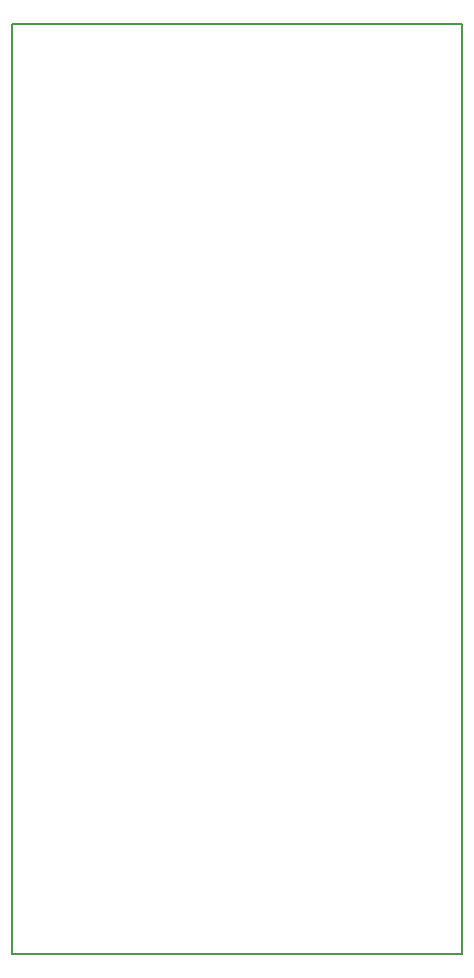
<source format=gbr>
%TF.GenerationSoftware,KiCad,Pcbnew,(5.1.6)-1*%
%TF.CreationDate,2024-04-21T09:45:17-05:00*%
%TF.ProjectId,lcd_connector,6c63645f-636f-46e6-9e65-63746f722e6b,rev?*%
%TF.SameCoordinates,Original*%
%TF.FileFunction,Profile,NP*%
%FSLAX46Y46*%
G04 Gerber Fmt 4.6, Leading zero omitted, Abs format (unit mm)*
G04 Created by KiCad (PCBNEW (5.1.6)-1) date 2024-04-21 09:45:17*
%MOMM*%
%LPD*%
G01*
G04 APERTURE LIST*
%TA.AperFunction,Profile*%
%ADD10C,0.150000*%
%TD*%
G04 APERTURE END LIST*
D10*
X0Y0D02*
X0Y78740000D01*
X38100000Y0D02*
X0Y0D01*
X38100000Y78740000D02*
X38100000Y0D01*
X0Y78740000D02*
X38100000Y78740000D01*
M02*

</source>
